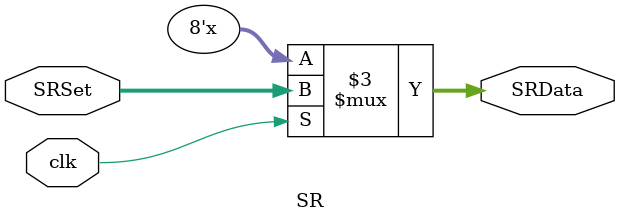
<source format=v>
`timescale 1ns / 1ps
module SR(input wire clk,
    input wire [7:0] SRSet,
    output reg [7:0] SRData
    );

always@(clk)
  begin
   if(clk == 1'b1)
	 begin
	  SRData <= SRSet; 
	 end
  end
endmodule

</source>
